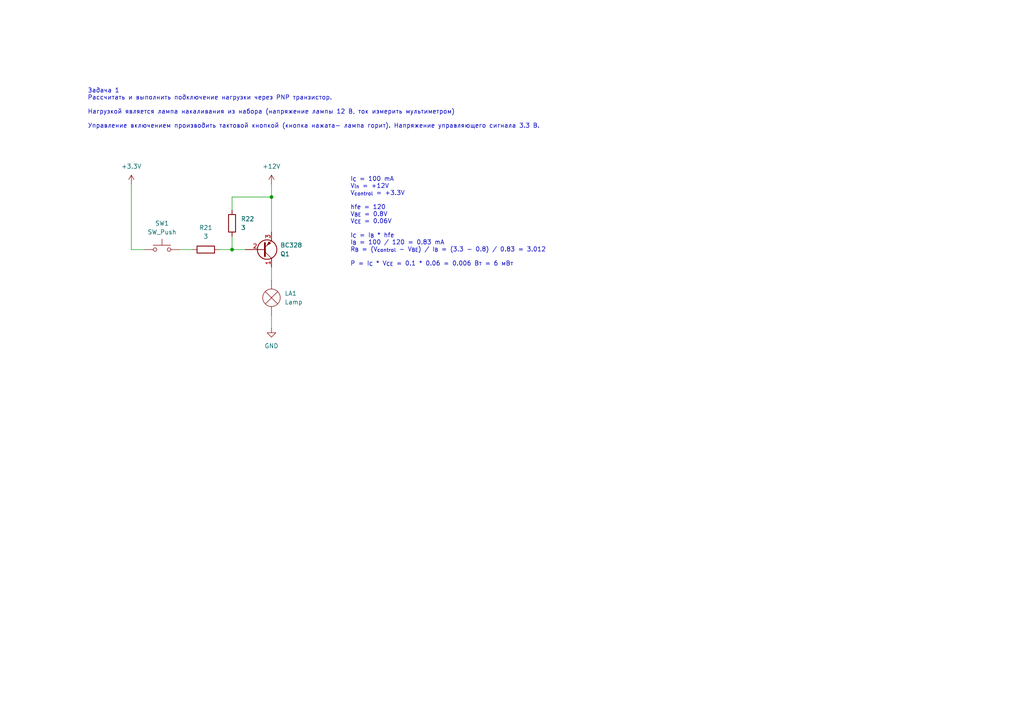
<source format=kicad_sch>
(kicad_sch (version 20231120) (generator "eeschema") (generator_version "8.0")
  (paper "A4")
  (lib_symbols
    (symbol "Device:Lamp" (pin_numbers hide) (pin_names (offset 0.0254) hide)
      (property "Reference" "LA" (at 0.635 3.81 0))
      (property "Value" "Lamp" (at 0.635 -3.81 0))
      (symbol "Lamp_0_1"
        (polyline (pts (xy -1.778 1.778) (xy 1.778 -1.778)))
        (polyline (pts (xy 1.778 1.778) (xy -1.778 -1.778)))
        (circle (center 0 0) (radius 2.54))
      )
      (symbol "Lamp_1_1"
        (pin passive line (at 0 -5.08 90) (length 2.54) (name "-") (number "1"))
        (pin passive line (at 0 5.08 270) (length 2.54) (name "+") (number "2"))
      )
    )
    (symbol "Device:R" (pin_numbers hide) (pin_names (offset 0))
      (property "Reference" "R" (at 2.032 0 90))
      (property "Value" "R" (at 0 0 90))
      (symbol "R_0_1"
        (rectangle (start -1.016 -2.54) (end 1.016 2.54) (stroke (width 0.254)))
      )
      (symbol "R_1_1"
        (pin passive line (at 0 3.81 270) (length 1.27) (name "~") (number "1"))
        (pin passive line (at 0 -3.81 90) (length 1.27) (name "~") (number "2"))
      )
    )
    (symbol "Switch:SW_Push" (pin_numbers hide) (pin_names (offset 1.016) hide)
      (property "Reference" "SW" (at 1.27 2.54 0))
      (property "Value" "SW_Push" (at 0 -1.524 0))
      (symbol "SW_Push_0_1"
        (circle (center -2.032 0) (radius 0.508))
        (polyline (pts (xy 0 1.27) (xy 0 3.048)))
        (polyline (pts (xy 2.54 1.27) (xy -2.54 1.27)))
        (circle (center 2.032 0) (radius 0.508))
        (pin passive line (at -5.08 0 0) (length 2.54) (name "1") (number "1"))
        (pin passive line (at 5.08 0 180) (length 2.54) (name "2") (number "2"))
      )
    )
    (symbol "Transistor_BJT:BC328" (pin_names (offset 0) hide)
      (property "Reference" "Q" (at 5.08 1.905 0))
      (property "Value" "BC328" (at 5.08 0 0))
      (symbol "BC328_0_1"
        (polyline (pts (xy 0.635 0.635) (xy 2.54 2.54)))
        (polyline (pts (xy 0.635 -0.635) (xy 2.54 -2.54) (xy 2.54 -2.54)))
        (polyline (pts (xy 0.635 1.905) (xy 0.635 -1.905) (xy 0.635 -1.905)) (stroke (width 0.508)))
        (polyline (pts (xy 2.286 -1.778) (xy 1.778 -2.286) (xy 1.27 -1.27) (xy 2.286 -1.778) (xy 2.286 -1.778)) (fill (type outline)))
        (circle (center 1.27 0) (radius 2.8194) (stroke (width 0.254)))
      )
      (symbol "BC328_1_1"
        (pin passive line (at 2.54 5.08 270) (length 2.54) (name "C") (number "1"))
        (pin input line (at -5.08 0 0) (length 5.715) (name "B") (number "2"))
        (pin passive line (at 2.54 -5.08 90) (length 2.54) (name "E") (number "3"))
      )
    )
    (symbol "power:+3.3V" (power) (pin_numbers hide) (pin_names (offset 0) hide)
      (property "Value" "+3.3V" (at 0 3.556 0))
      (symbol "+3.3V_0_1"
        (polyline (pts (xy -0.762 1.27) (xy 0 2.54)))
        (polyline (pts (xy 0 0) (xy 0 2.54)))
        (polyline (pts (xy 0 2.54) (xy 0.762 1.27)))
      )
      (symbol "+3.3V_1_1"
        (pin power_in line (at 0 0 90) (length 0) (name "~") (number "1"))
      )
    )
    (symbol "power:GND" (power) (pin_numbers hide) (pin_names (offset 0) hide)
      (property "Value" "GND" (at 0 -3.81 0))
      (symbol "GND_0_1"
        (polyline (pts (xy 0 0) (xy 0 -1.27) (xy 1.27 -1.27) (xy 0 -2.54) (xy -1.27 -1.27) (xy 0 -1.27)))
      )
      (symbol "GND_1_1"
        (pin power_in line (at 0 0 270) (length 0) (name "~") (number "1"))
      )
    )
  )
  (junction (at 67.31 72.39))
  (junction (at 78.74 57.15))
  (wire (pts (xy 67.31 72.39) (xy 71.12 72.39)))
  (wire (pts (xy 78.74 57.15) (xy 78.74 67.31)))
  (wire (pts (xy 63.5 72.39) (xy 67.31 72.39)))
  (wire (pts (xy 67.31 60.96) (xy 67.31 57.15)))
  (wire (pts (xy 52.07 72.39) (xy 55.88 72.39)))
  (wire (pts (xy 38.1 72.39) (xy 41.91 72.39)))
  (wire (pts (xy 78.74 81.28) (xy 78.74 77.47)))
  (wire (pts (xy 78.74 53.34) (xy 78.74 57.15)))
  (wire (pts (xy 78.74 91.44) (xy 78.74 95.25)))
  (wire (pts (xy 38.1 72.39) (xy 38.1 53.34)))
  (wire (pts (xy 67.31 57.15) (xy 78.74 57.15)))
  (wire (pts (xy 67.31 68.58) (xy 67.31 72.39)))
  (text "Задача 1\nРассчитать и выполнить подключение нагрузки через PNP транзистор.\n\nНагрузкой является лампа накаливания из набора (напряжение лампы 12 В, ток измерить мультиметром)\n\nУправление включением производить тактовой кнопкой (кнопка нажата- лампа горит). Напряжение управляющего сигнала 3.3 В.\n" (at 25.4 25.654 0) (effects (font (size 1.27 1.27)) (justify left top)))
  (text "I_{C} = 100 mA\nV_{in} = +12V\nV_{control} = +3.3V\n\nhfe = 120\nV_{BE} = 0.8V\nV_{CE} = 0.06V\n\nI_{C} = I_{B} * hfe\nI_{B} = 100 / 120 = 0.83 mA\nR_{B} = (V_{control} - V_{BE}) / I_{B} = (3.3 - 0.8) / 0.83 = 3.012\n\nP = I_{C} * V_{CE} = 0.1 * 0.06 = 0.006 Вт = 6 мВт\n\n" (at 101.6 51.308 0) (effects (font (size 1.27 1.27)) (justify left top)))
  (symbol (lib_id "Switch:SW_Push") (at 46.99 72.39 0) (unit 1)
    (property "Reference" "SW1" (at 46.99 64.77 0))
    (property "Value" "SW_Push" (at 46.99 67.31 0))
    (property "Description" "Push button switch, generic, two pins" (effects (hide yes)))
  )
  (symbol (lib_id "Device:R") (at 67.31 64.77 180) (unit 1)
    (property "Reference" "R22" (at 69.85 63.4999 0) (effects (justify right)))
    (property "Value" "3" (at 69.85 66.0399 0) (effects (justify right)))
    (property "Description" "Resistor" (effects (hide yes)))
  )
  (symbol (lib_id "power:+3.3V") (at 78.74 53.34 0) (unit 1)
    (property "Reference" "#PWR020" (effects (hide yes)))
    (property "Value" "+12V" (at 78.74 48.26 0))
    (property "Description" "Power symbol creates a global label with name \"+3.3V\"" (effects (hide yes)))
  )
  (symbol (lib_id "power:GND") (at 78.74 95.25 0) (unit 1)
    (property "Reference" "#PWR021" (effects (hide yes)))
    (property "Value" "GND" (at 78.74 100.33 0))
    (property "Description" "Power symbol creates a global label with name \"GND\" , ground" (effects (hide yes)))
  )
  (symbol (lib_id "Device:R") (at 59.69 72.39 90) (unit 1)
    (property "Reference" "R21" (at 59.69 66.04 90))
    (property "Value" "3" (at 59.69 68.58 90))
    (property "Description" "Resistor" (effects (hide yes)))
  )
  (symbol (lib_id "power:+3.3V") (at 38.1 53.34 0) (unit 1)
    (property "Reference" "#PWR019" (effects (hide yes)))
    (property "Value" "+3.3V" (at 38.1 48.26 0))
    (property "Description" "Power symbol creates a global label with name \"+3.3V\"" (effects (hide yes)))
  )
  (symbol (lib_id "Transistor_BJT:BC328") (at 76.2 72.39 0) (mirror x) (unit 1)
    (property "Reference" "Q1" (at 81.28 73.6601 0) (effects (justify left)))
    (property "Value" "BC328" (at 81.28 71.1201 0) (effects (justify left)))
    (property "Footprint" "Package_TO_SOT_THT:TO-92_Inline" (effects (hide yes)))
    (property "Datasheet" "http://www.redrok.com/PNP_BC327_-45V_-800mA_0.625W_Hfe100_TO-92.pdf" (effects (hide yes)))
    (property "Description" "0.8A Ic, 25V Vce, PNP Transistor, TO-92" (effects (hide yes)))
  )
  (symbol (lib_id "Device:Lamp") (at 78.74 86.36 0) (unit 1)
    (property "Reference" "LA1" (at 82.55 85.0899 0) (effects (justify left)))
    (property "Value" "Lamp" (at 82.55 87.6299 0) (effects (justify left)))
    (property "Description" "Lamp" (effects (hide yes)))
  )
)
</source>
